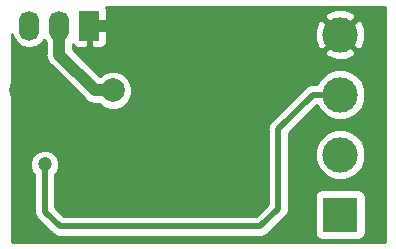
<source format=gbr>
G04 #@! TF.GenerationSoftware,KiCad,Pcbnew,5.0.0-fee4fd1~66~ubuntu18.04.1*
G04 #@! TF.CreationDate,2018-10-07T19:31:30+08:00*
G04 #@! TF.ProjectId,ws2812-stm32-interface,7773323831322D73746D33322D696E74,rev?*
G04 #@! TF.SameCoordinates,Original*
G04 #@! TF.FileFunction,Copper,L2,Bot,Signal*
G04 #@! TF.FilePolarity,Positive*
%FSLAX46Y46*%
G04 Gerber Fmt 4.6, Leading zero omitted, Abs format (unit mm)*
G04 Created by KiCad (PCBNEW 5.0.0-fee4fd1~66~ubuntu18.04.1) date Sun Oct  7 19:31:30 2018*
%MOMM*%
%LPD*%
G01*
G04 APERTURE LIST*
G04 #@! TA.AperFunction,ComponentPad*
%ADD10C,3.000000*%
G04 #@! TD*
G04 #@! TA.AperFunction,ComponentPad*
%ADD11R,3.000000X3.000000*%
G04 #@! TD*
G04 #@! TA.AperFunction,ComponentPad*
%ADD12O,1.700000X2.540000*%
G04 #@! TD*
G04 #@! TA.AperFunction,ComponentPad*
%ADD13R,1.700000X2.500000*%
G04 #@! TD*
G04 #@! TA.AperFunction,ViaPad*
%ADD14C,2.000000*%
G04 #@! TD*
G04 #@! TA.AperFunction,ViaPad*
%ADD15C,0.800000*%
G04 #@! TD*
G04 #@! TA.AperFunction,ViaPad*
%ADD16C,1.200000*%
G04 #@! TD*
G04 #@! TA.AperFunction,Conductor*
%ADD17C,1.000000*%
G04 #@! TD*
G04 #@! TA.AperFunction,Conductor*
%ADD18C,0.500000*%
G04 #@! TD*
G04 #@! TA.AperFunction,Conductor*
%ADD19C,0.254000*%
G04 #@! TD*
G04 APERTURE END LIST*
D10*
G04 #@! TO.P,J2,4*
G04 #@! TO.N,GND*
X48250000Y-15760000D03*
D11*
G04 #@! TO.P,J2,1*
G04 #@! TO.N,V_EXT_LED*
X48250000Y-31000000D03*
D10*
G04 #@! TO.P,J2,3*
G04 #@! TO.N,/PWM_TO_LED*
X48250000Y-20840000D03*
G04 #@! TO.P,J2,2*
G04 #@! TO.N,VCC*
X48250000Y-25920000D03*
G04 #@! TD*
D12*
G04 #@! TO.P,J1,3*
G04 #@! TO.N,/MCU_LED_PWM*
X21920000Y-15000000D03*
G04 #@! TO.P,J1,2*
G04 #@! TO.N,+5V*
X24460000Y-15000000D03*
D13*
G04 #@! TO.P,J1,1*
G04 #@! TO.N,GND*
X27000000Y-15000000D03*
G04 #@! TD*
D14*
G04 #@! TO.N,+5V*
X29000000Y-20500000D03*
G04 #@! TO.N,GND*
X31250000Y-22750000D03*
X21250000Y-20500000D03*
D15*
X40500000Y-23000000D03*
D16*
G04 #@! TO.N,/PWM_TO_LED*
X23250000Y-26750000D03*
G04 #@! TD*
D17*
G04 #@! TO.N,+5V*
X24460000Y-15000000D02*
X24460000Y-17460000D01*
X24460000Y-17460000D02*
X27500000Y-20500000D01*
X27500000Y-20500000D02*
X29000000Y-20500000D01*
G04 #@! TO.N,GND*
X29500000Y-15000000D02*
X27000000Y-15000000D01*
X31250000Y-22750000D02*
X31500000Y-22500000D01*
X31500000Y-17000000D02*
X29500000Y-15000000D01*
X31500000Y-22500000D02*
X31500000Y-17000000D01*
X31250000Y-22750000D02*
X22000000Y-22750000D01*
X22000000Y-22750000D02*
X21250000Y-22000000D01*
X21250000Y-22000000D02*
X21250000Y-20500000D01*
D18*
G04 #@! TO.N,/PWM_TO_LED*
X45910000Y-20840000D02*
X43000000Y-23750000D01*
X48250000Y-20840000D02*
X45910000Y-20840000D01*
X43000000Y-23750000D02*
X43000000Y-30500000D01*
X43000000Y-30500000D02*
X41500000Y-32000000D01*
X23250000Y-30750000D02*
X24500000Y-32000000D01*
X23250000Y-26750000D02*
X23250000Y-30750000D01*
X41500000Y-32000000D02*
X24500000Y-32000000D01*
G04 #@! TD*
D19*
G04 #@! TO.N,GND*
G36*
X52040000Y-33290000D02*
X20460000Y-33290000D01*
X20460000Y-26504343D01*
X22015000Y-26504343D01*
X22015000Y-26995657D01*
X22203018Y-27449571D01*
X22365000Y-27611553D01*
X22365001Y-30662835D01*
X22347663Y-30750000D01*
X22416348Y-31095309D01*
X22562576Y-31314154D01*
X22562578Y-31314156D01*
X22611952Y-31388049D01*
X22685845Y-31437423D01*
X23812577Y-32564156D01*
X23861951Y-32638049D01*
X23935844Y-32687423D01*
X23935845Y-32687424D01*
X24154690Y-32833652D01*
X24412835Y-32885000D01*
X24412839Y-32885000D01*
X24500000Y-32902337D01*
X24587161Y-32885000D01*
X41412839Y-32885000D01*
X41500000Y-32902337D01*
X41587161Y-32885000D01*
X41587165Y-32885000D01*
X41845310Y-32833652D01*
X42138049Y-32638049D01*
X42187425Y-32564153D01*
X43564156Y-31187423D01*
X43638049Y-31138049D01*
X43833652Y-30845310D01*
X43885000Y-30587165D01*
X43885000Y-30587161D01*
X43902337Y-30500001D01*
X43885000Y-30412841D01*
X43885000Y-29500000D01*
X46102560Y-29500000D01*
X46102560Y-32500000D01*
X46151843Y-32747765D01*
X46292191Y-32957809D01*
X46502235Y-33098157D01*
X46750000Y-33147440D01*
X49750000Y-33147440D01*
X49997765Y-33098157D01*
X50207809Y-32957809D01*
X50348157Y-32747765D01*
X50397440Y-32500000D01*
X50397440Y-29500000D01*
X50348157Y-29252235D01*
X50207809Y-29042191D01*
X49997765Y-28901843D01*
X49750000Y-28852560D01*
X46750000Y-28852560D01*
X46502235Y-28901843D01*
X46292191Y-29042191D01*
X46151843Y-29252235D01*
X46102560Y-29500000D01*
X43885000Y-29500000D01*
X43885000Y-25495322D01*
X46115000Y-25495322D01*
X46115000Y-26344678D01*
X46440034Y-27129380D01*
X47040620Y-27729966D01*
X47825322Y-28055000D01*
X48674678Y-28055000D01*
X49459380Y-27729966D01*
X50059966Y-27129380D01*
X50385000Y-26344678D01*
X50385000Y-25495322D01*
X50059966Y-24710620D01*
X49459380Y-24110034D01*
X48674678Y-23785000D01*
X47825322Y-23785000D01*
X47040620Y-24110034D01*
X46440034Y-24710620D01*
X46115000Y-25495322D01*
X43885000Y-25495322D01*
X43885000Y-24116578D01*
X46276579Y-21725000D01*
X46305671Y-21725000D01*
X46440034Y-22049380D01*
X47040620Y-22649966D01*
X47825322Y-22975000D01*
X48674678Y-22975000D01*
X49459380Y-22649966D01*
X50059966Y-22049380D01*
X50385000Y-21264678D01*
X50385000Y-20415322D01*
X50059966Y-19630620D01*
X49459380Y-19030034D01*
X48674678Y-18705000D01*
X47825322Y-18705000D01*
X47040620Y-19030034D01*
X46440034Y-19630620D01*
X46305671Y-19955000D01*
X45997159Y-19955000D01*
X45909999Y-19937663D01*
X45822839Y-19955000D01*
X45822835Y-19955000D01*
X45564690Y-20006348D01*
X45564688Y-20006349D01*
X45564689Y-20006349D01*
X45345845Y-20152576D01*
X45345844Y-20152577D01*
X45271951Y-20201951D01*
X45222577Y-20275844D01*
X42435847Y-23062575D01*
X42361951Y-23111951D01*
X42166348Y-23404691D01*
X42115000Y-23662836D01*
X42115000Y-23662839D01*
X42097663Y-23750000D01*
X42115000Y-23837161D01*
X42115001Y-30133420D01*
X41133422Y-31115000D01*
X24866579Y-31115000D01*
X24135000Y-30383422D01*
X24135000Y-27611553D01*
X24296982Y-27449571D01*
X24485000Y-26995657D01*
X24485000Y-26504343D01*
X24296982Y-26050429D01*
X23949571Y-25703018D01*
X23495657Y-25515000D01*
X23004343Y-25515000D01*
X22550429Y-25703018D01*
X22203018Y-26050429D01*
X22015000Y-26504343D01*
X20460000Y-26504343D01*
X20460000Y-15691939D01*
X20521161Y-15999417D01*
X20849375Y-16490625D01*
X21340582Y-16818839D01*
X21920000Y-16934092D01*
X22499417Y-16818839D01*
X22990625Y-16490625D01*
X23190000Y-16192239D01*
X23325001Y-16394282D01*
X23325001Y-17348212D01*
X23302765Y-17460000D01*
X23390854Y-17902854D01*
X23390855Y-17902855D01*
X23641712Y-18278289D01*
X23736480Y-18341611D01*
X26618389Y-21223521D01*
X26681711Y-21318289D01*
X27057145Y-21569146D01*
X27388217Y-21635000D01*
X27499999Y-21657235D01*
X27611781Y-21635000D01*
X27822761Y-21635000D01*
X28073847Y-21886086D01*
X28674778Y-22135000D01*
X29325222Y-22135000D01*
X29926153Y-21886086D01*
X30386086Y-21426153D01*
X30635000Y-20825222D01*
X30635000Y-20174778D01*
X30386086Y-19573847D01*
X29926153Y-19113914D01*
X29325222Y-18865000D01*
X28674778Y-18865000D01*
X28073847Y-19113914D01*
X27896446Y-19291315D01*
X25879101Y-17273970D01*
X46915635Y-17273970D01*
X47075418Y-17592739D01*
X47866187Y-17902723D01*
X48715387Y-17886497D01*
X49424582Y-17592739D01*
X49584365Y-17273970D01*
X48250000Y-15939605D01*
X46915635Y-17273970D01*
X25879101Y-17273970D01*
X25595000Y-16989869D01*
X25595000Y-16569446D01*
X25611673Y-16609698D01*
X25790301Y-16788327D01*
X26023690Y-16885000D01*
X26714250Y-16885000D01*
X26873000Y-16726250D01*
X26873000Y-15127000D01*
X27127000Y-15127000D01*
X27127000Y-16726250D01*
X27285750Y-16885000D01*
X27976310Y-16885000D01*
X28209699Y-16788327D01*
X28388327Y-16609698D01*
X28485000Y-16376309D01*
X28485000Y-15376187D01*
X46107277Y-15376187D01*
X46123503Y-16225387D01*
X46417261Y-16934582D01*
X46736030Y-17094365D01*
X48070395Y-15760000D01*
X48429605Y-15760000D01*
X49763970Y-17094365D01*
X50082739Y-16934582D01*
X50392723Y-16143813D01*
X50376497Y-15294613D01*
X50082739Y-14585418D01*
X49763970Y-14425635D01*
X48429605Y-15760000D01*
X48070395Y-15760000D01*
X46736030Y-14425635D01*
X46417261Y-14585418D01*
X46107277Y-15376187D01*
X28485000Y-15376187D01*
X28485000Y-15285750D01*
X28326250Y-15127000D01*
X27127000Y-15127000D01*
X26873000Y-15127000D01*
X26853000Y-15127000D01*
X26853000Y-14873000D01*
X26873000Y-14873000D01*
X26873000Y-14853000D01*
X27127000Y-14853000D01*
X27127000Y-14873000D01*
X28326250Y-14873000D01*
X28485000Y-14714250D01*
X28485000Y-14246030D01*
X46915635Y-14246030D01*
X48250000Y-15580395D01*
X49584365Y-14246030D01*
X49424582Y-13927261D01*
X48633813Y-13617277D01*
X47784613Y-13633503D01*
X47075418Y-13927261D01*
X46915635Y-14246030D01*
X28485000Y-14246030D01*
X28485000Y-13623691D01*
X28417197Y-13460000D01*
X52040001Y-13460000D01*
X52040000Y-33290000D01*
X52040000Y-33290000D01*
G37*
X52040000Y-33290000D02*
X20460000Y-33290000D01*
X20460000Y-26504343D01*
X22015000Y-26504343D01*
X22015000Y-26995657D01*
X22203018Y-27449571D01*
X22365000Y-27611553D01*
X22365001Y-30662835D01*
X22347663Y-30750000D01*
X22416348Y-31095309D01*
X22562576Y-31314154D01*
X22562578Y-31314156D01*
X22611952Y-31388049D01*
X22685845Y-31437423D01*
X23812577Y-32564156D01*
X23861951Y-32638049D01*
X23935844Y-32687423D01*
X23935845Y-32687424D01*
X24154690Y-32833652D01*
X24412835Y-32885000D01*
X24412839Y-32885000D01*
X24500000Y-32902337D01*
X24587161Y-32885000D01*
X41412839Y-32885000D01*
X41500000Y-32902337D01*
X41587161Y-32885000D01*
X41587165Y-32885000D01*
X41845310Y-32833652D01*
X42138049Y-32638049D01*
X42187425Y-32564153D01*
X43564156Y-31187423D01*
X43638049Y-31138049D01*
X43833652Y-30845310D01*
X43885000Y-30587165D01*
X43885000Y-30587161D01*
X43902337Y-30500001D01*
X43885000Y-30412841D01*
X43885000Y-29500000D01*
X46102560Y-29500000D01*
X46102560Y-32500000D01*
X46151843Y-32747765D01*
X46292191Y-32957809D01*
X46502235Y-33098157D01*
X46750000Y-33147440D01*
X49750000Y-33147440D01*
X49997765Y-33098157D01*
X50207809Y-32957809D01*
X50348157Y-32747765D01*
X50397440Y-32500000D01*
X50397440Y-29500000D01*
X50348157Y-29252235D01*
X50207809Y-29042191D01*
X49997765Y-28901843D01*
X49750000Y-28852560D01*
X46750000Y-28852560D01*
X46502235Y-28901843D01*
X46292191Y-29042191D01*
X46151843Y-29252235D01*
X46102560Y-29500000D01*
X43885000Y-29500000D01*
X43885000Y-25495322D01*
X46115000Y-25495322D01*
X46115000Y-26344678D01*
X46440034Y-27129380D01*
X47040620Y-27729966D01*
X47825322Y-28055000D01*
X48674678Y-28055000D01*
X49459380Y-27729966D01*
X50059966Y-27129380D01*
X50385000Y-26344678D01*
X50385000Y-25495322D01*
X50059966Y-24710620D01*
X49459380Y-24110034D01*
X48674678Y-23785000D01*
X47825322Y-23785000D01*
X47040620Y-24110034D01*
X46440034Y-24710620D01*
X46115000Y-25495322D01*
X43885000Y-25495322D01*
X43885000Y-24116578D01*
X46276579Y-21725000D01*
X46305671Y-21725000D01*
X46440034Y-22049380D01*
X47040620Y-22649966D01*
X47825322Y-22975000D01*
X48674678Y-22975000D01*
X49459380Y-22649966D01*
X50059966Y-22049380D01*
X50385000Y-21264678D01*
X50385000Y-20415322D01*
X50059966Y-19630620D01*
X49459380Y-19030034D01*
X48674678Y-18705000D01*
X47825322Y-18705000D01*
X47040620Y-19030034D01*
X46440034Y-19630620D01*
X46305671Y-19955000D01*
X45997159Y-19955000D01*
X45909999Y-19937663D01*
X45822839Y-19955000D01*
X45822835Y-19955000D01*
X45564690Y-20006348D01*
X45564688Y-20006349D01*
X45564689Y-20006349D01*
X45345845Y-20152576D01*
X45345844Y-20152577D01*
X45271951Y-20201951D01*
X45222577Y-20275844D01*
X42435847Y-23062575D01*
X42361951Y-23111951D01*
X42166348Y-23404691D01*
X42115000Y-23662836D01*
X42115000Y-23662839D01*
X42097663Y-23750000D01*
X42115000Y-23837161D01*
X42115001Y-30133420D01*
X41133422Y-31115000D01*
X24866579Y-31115000D01*
X24135000Y-30383422D01*
X24135000Y-27611553D01*
X24296982Y-27449571D01*
X24485000Y-26995657D01*
X24485000Y-26504343D01*
X24296982Y-26050429D01*
X23949571Y-25703018D01*
X23495657Y-25515000D01*
X23004343Y-25515000D01*
X22550429Y-25703018D01*
X22203018Y-26050429D01*
X22015000Y-26504343D01*
X20460000Y-26504343D01*
X20460000Y-15691939D01*
X20521161Y-15999417D01*
X20849375Y-16490625D01*
X21340582Y-16818839D01*
X21920000Y-16934092D01*
X22499417Y-16818839D01*
X22990625Y-16490625D01*
X23190000Y-16192239D01*
X23325001Y-16394282D01*
X23325001Y-17348212D01*
X23302765Y-17460000D01*
X23390854Y-17902854D01*
X23390855Y-17902855D01*
X23641712Y-18278289D01*
X23736480Y-18341611D01*
X26618389Y-21223521D01*
X26681711Y-21318289D01*
X27057145Y-21569146D01*
X27388217Y-21635000D01*
X27499999Y-21657235D01*
X27611781Y-21635000D01*
X27822761Y-21635000D01*
X28073847Y-21886086D01*
X28674778Y-22135000D01*
X29325222Y-22135000D01*
X29926153Y-21886086D01*
X30386086Y-21426153D01*
X30635000Y-20825222D01*
X30635000Y-20174778D01*
X30386086Y-19573847D01*
X29926153Y-19113914D01*
X29325222Y-18865000D01*
X28674778Y-18865000D01*
X28073847Y-19113914D01*
X27896446Y-19291315D01*
X25879101Y-17273970D01*
X46915635Y-17273970D01*
X47075418Y-17592739D01*
X47866187Y-17902723D01*
X48715387Y-17886497D01*
X49424582Y-17592739D01*
X49584365Y-17273970D01*
X48250000Y-15939605D01*
X46915635Y-17273970D01*
X25879101Y-17273970D01*
X25595000Y-16989869D01*
X25595000Y-16569446D01*
X25611673Y-16609698D01*
X25790301Y-16788327D01*
X26023690Y-16885000D01*
X26714250Y-16885000D01*
X26873000Y-16726250D01*
X26873000Y-15127000D01*
X27127000Y-15127000D01*
X27127000Y-16726250D01*
X27285750Y-16885000D01*
X27976310Y-16885000D01*
X28209699Y-16788327D01*
X28388327Y-16609698D01*
X28485000Y-16376309D01*
X28485000Y-15376187D01*
X46107277Y-15376187D01*
X46123503Y-16225387D01*
X46417261Y-16934582D01*
X46736030Y-17094365D01*
X48070395Y-15760000D01*
X48429605Y-15760000D01*
X49763970Y-17094365D01*
X50082739Y-16934582D01*
X50392723Y-16143813D01*
X50376497Y-15294613D01*
X50082739Y-14585418D01*
X49763970Y-14425635D01*
X48429605Y-15760000D01*
X48070395Y-15760000D01*
X46736030Y-14425635D01*
X46417261Y-14585418D01*
X46107277Y-15376187D01*
X28485000Y-15376187D01*
X28485000Y-15285750D01*
X28326250Y-15127000D01*
X27127000Y-15127000D01*
X26873000Y-15127000D01*
X26853000Y-15127000D01*
X26853000Y-14873000D01*
X26873000Y-14873000D01*
X26873000Y-14853000D01*
X27127000Y-14853000D01*
X27127000Y-14873000D01*
X28326250Y-14873000D01*
X28485000Y-14714250D01*
X28485000Y-14246030D01*
X46915635Y-14246030D01*
X48250000Y-15580395D01*
X49584365Y-14246030D01*
X49424582Y-13927261D01*
X48633813Y-13617277D01*
X47784613Y-13633503D01*
X47075418Y-13927261D01*
X46915635Y-14246030D01*
X28485000Y-14246030D01*
X28485000Y-13623691D01*
X28417197Y-13460000D01*
X52040001Y-13460000D01*
X52040000Y-33290000D01*
G04 #@! TD*
M02*

</source>
